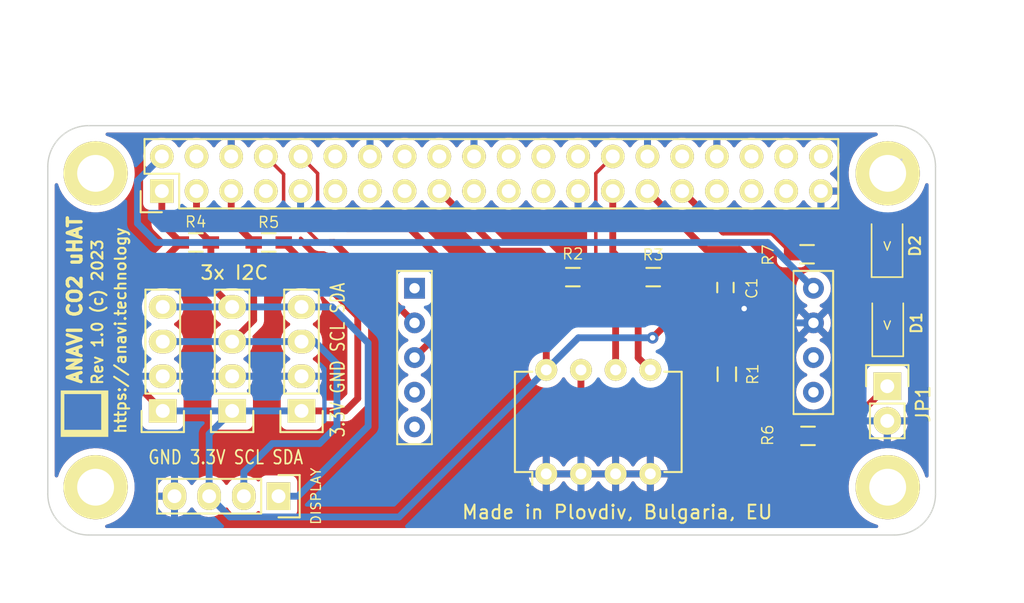
<source format=kicad_pcb>
(kicad_pcb (version 20211014) (generator pcbnew)
  (title_block (title "Anavi Infra pHAT") (date "2017-01-21") (company "Anavi Technology"))
  (layers (0 "F.Cu" signal) (31 "B.Cu" signal) (34 "B.Paste" user) (35 "F.Paste" user) (36 "B.SilkS" user "B.Silkscreen") (37 "F.SilkS" user "F.Silkscreen") (38 "B.Mask" user) (39 "F.Mask" user) (44 "Edge.Cuts" user))
  (net 0 "")
  (net 1 "+3V3")
  (net 2 "GND")
  (net 3 "+5V")
  (net 4 "Net-(JP1-Pad1)")
  (net 5 "Net-(R2-Pad2)")
  (net 6 "Net-(R3-Pad2)")
  (net 7 "Net-(R6-Pad2)")
  (net 8 "Net-(R7-Pad2)")
  (net 9 "Net-(D1-Pad2)")
  (net 10 "Net-(D2-Pad2)")
  (net 11 "Net-(R4-Pad2)")
  (net 12 "Net-(R5-Pad2)")
  (net 14 "Net-(RASP_CONN1-Pad8)")
  (net 15 "Net-(RASP_CONN1-Pad10)")
  (footprint "Capacitors_SMD:C_0603_HandSoldering" (layer "F.Cu") (at 198.12 86.868 90)
    (fp_text reference "C1" (at -0.06 1.93 90) (layer "F.SilkS") (effects (font (size 0.8 0.8) (thickness 0.1))))
    (fp_text value "0.1" hide)
    (fp_line (start 0.35 0.6) (end -0.35 0.6) (layer "F.SilkS") (width 0.15))
    (fp_line (start -0.35 -0.6) (end 0.35 -0.6) (layer "F.SilkS") (width 0.15))
    (pad "1" smd rect locked (at -0.95 0 90) (size 1.2 0.75) (layers "F.Cu" "F.Paste" "F.Mask") (net 1 "+3V3"))
    (pad "2" smd rect locked (at 0.95 0 90) (size 1.2 0.75) (layers "F.Cu" "F.Paste" "F.Mask") (net 2 "GND"))
  )
  (footprint "Pin_Headers:Pin_Header_Straight_1x02" (layer "F.Cu") (at 209.97 94.1)
    (fp_text reference "JP1" (at 2.63 1.3 90) (layer "F.SilkS"))
    (fp_text value "JUMPER" hide)
    (fp_line (start 1.27 1.27) (end -1.27 1.27) (layer "F.SilkS") (width 0.15))
    (fp_line (start -1.27 3.81) (end 1.27 3.81) (layer "F.SilkS") (width 0.15))
    (fp_line (start -1.55 0) (end -1.55 -1.55) (layer "F.SilkS") (width 0.15))
    (fp_line (start 1.55 -1.55) (end 1.55 0) (layer "F.SilkS") (width 0.15))
    (fp_line (start -1.27 1.27) (end -1.27 3.81) (layer "F.SilkS") (width 0.15))
    (fp_line (start 1.27 1.27) (end 1.27 3.81) (layer "F.SilkS") (width 0.15))
    (fp_line (start -1.55 -1.55) (end 1.55 -1.55) (layer "F.SilkS") (width 0.15))
    (pad "1" thru_hole rect locked (at 0 0) (size 2.032 2.032) (drill 1.016) (layers *.Cu *.Mask "F.SilkS") (net 4 "Net-(JP1-Pad1)"))
    (pad "2" thru_hole oval locked (at 0 2.54) (size 2.032 2.032) (drill 1.016) (layers *.Cu *.Mask "F.SilkS") (net 2 "GND"))
  )
  (footprint "Resistors_SMD:R_0603_HandSoldering" (layer "F.Cu") (at 198.2216 93.218 -90)
    (fp_text reference "R1" (at 0 -1.9 -90) (layer "F.SilkS") (effects (font (size 0.8 0.8) (thickness 0.1))))
    (fp_text value "1K" hide)
    (fp_line (start -0.5 -0.675) (end 0.5 -0.675) (layer "F.SilkS") (width 0.15))
    (fp_line (start 0.5 0.675) (end -0.5 0.675) (layer "F.SilkS") (width 0.15))
    (pad "1" smd rect locked (at -1.1 0 270) (size 1.2 0.9) (layers "F.Cu" "F.Paste" "F.Mask") (net 1 "+3V3"))
    (pad "2" smd rect locked (at 1.1 0 270) (size 1.2 0.9) (layers "F.Cu" "F.Paste" "F.Mask") (net 4 "Net-(JP1-Pad1)"))
  )
  (footprint "Resistors_SMD:R_0603_HandSoldering" (layer "F.Cu") (at 186.944 86.106)
    (fp_text reference "R2" (at 0 -1.7) (layer "F.SilkS") (effects (font (size 0.8 0.8) (thickness 0.1))))
    (fp_text value "4.7K" hide)
    (fp_line (start 0.5 0.675) (end -0.5 0.675) (layer "F.SilkS") (width 0.15))
    (fp_line (start -0.5 -0.675) (end 0.5 -0.675) (layer "F.SilkS") (width 0.15))
    (pad "1" smd rect locked (at -1.1 0) (size 1.2 0.9) (layers "F.Cu" "F.Paste" "F.Mask") (net 1 "+3V3"))
    (pad "2" smd rect locked (at 1.1 0) (size 1.2 0.9) (layers "F.Cu" "F.Paste" "F.Mask") (net 5 "Net-(R2-Pad2)"))
  )
  (footprint "Resistors_SMD:R_0603_HandSoldering" (layer "F.Cu") (at 192.829 86.106 180)
    (fp_text reference "R3" (at 0 1.636) (layer "F.SilkS") (effects (font (size 0.8 0.8) (thickness 0.1))))
    (fp_text value "4.7K" hide)
    (fp_line (start -0.5 -0.675) (end 0.5 -0.675) (layer "F.SilkS") (width 0.15))
    (fp_line (start 0.5 0.675) (end -0.5 0.675) (layer "F.SilkS") (width 0.15))
    (pad "1" smd rect locked (at -1.1 0 180) (size 1.2 0.9) (layers "F.Cu" "F.Paste" "F.Mask") (net 1 "+3V3"))
    (pad "2" smd rect locked (at 1.1 0 180) (size 1.2 0.9) (layers "F.Cu" "F.Paste" "F.Mask") (net 6 "Net-(R3-Pad2)"))
  )
  (footprint "Pin_Headers:Pin_Header_Straight_2x20" (layer "F.Cu") (at 156.85 79.8 90)
    (fp_text reference "RASP_CONN1" hide)
    (fp_text value "Raspberry_PI" hide)
    (fp_line (start 3.81 49.53) (end 3.81 -1.27) (layer "F.SilkS") (width 0.15))
    (fp_line (start 3.81 -1.27) (end 1.27 -1.27) (layer "F.SilkS") (width 0.15))
    (fp_line (start 0 -1.55) (end -1.55 -1.55) (layer "F.SilkS") (width 0.15))
    (fp_line (start -1.27 1.27) (end -1.27 49.53) (layer "F.SilkS") (width 0.15))
    (fp_line (start -1.55 -1.55) (end -1.55 0) (layer "F.SilkS") (width 0.15))
    (fp_line (start 1.27 1.27) (end -1.27 1.27) (layer "F.SilkS") (width 0.15))
    (fp_line (start 1.27 -1.27) (end 1.27 1.27) (layer "F.SilkS") (width 0.15))
    (fp_line (start 3.81 49.53) (end -1.27 49.53) (layer "F.SilkS") (width 0.15))
    (pad "1" thru_hole rect locked (at 0 0 90) (size 1.7272 1.7272) (drill 1.016) (layers *.Cu *.Mask "F.SilkS") (net 1 "+3V3"))
    (pad "2" thru_hole oval locked (at 2.54 0 90) (size 1.7272 1.7272) (drill 1.016) (layers *.Cu *.Mask "F.SilkS") (net 3 "+5V"))
    (pad "3" thru_hole oval locked (at 0 2.54 90) (size 1.7272 1.7272) (drill 1.016) (layers *.Cu *.Mask "F.SilkS") (net 11 "Net-(R4-Pad2)"))
    (pad "4" thru_hole oval locked (at 2.54 2.54 90) (size 1.7272 1.7272) (drill 1.016) (layers *.Cu *.Mask "F.SilkS") (net 3 "+5V"))
    (pad "5" thru_hole oval locked (at 0 5.08 90) (size 1.7272 1.7272) (drill 1.016) (layers *.Cu *.Mask "F.SilkS") (net 12 "Net-(R5-Pad2)"))
    (pad "6" thru_hole oval locked (at 2.54 5.08 90) (size 1.7272 1.7272) (drill 1.016) (layers *.Cu *.Mask "F.SilkS") (net 2 "GND"))
    (pad "7" thru_hole oval locked (at 0 7.62 90) (size 1.7272 1.7272) (drill 1.016) (layers *.Cu *.Mask "F.SilkS"))
    (pad "8" thru_hole oval locked (at 2.54 7.62 90) (size 1.7272 1.7272) (drill 1.016) (layers *.Cu *.Mask "F.SilkS") (net 14 "Net-(RASP_CONN1-Pad8)"))
    (pad "9" thru_hole oval locked (at 0 10.16 90) (size 1.7272 1.7272) (drill 1.016) (layers *.Cu *.Mask "F.SilkS") (net 2 "GND"))
    (pad "10" thru_hole oval locked (at 2.54 10.16 90) (size 1.7272 1.7272) (drill 1.016) (layers *.Cu *.Mask "F.SilkS") (net 15 "Net-(RASP_CONN1-Pad10)"))
    (pad "11" thru_hole oval locked (at 0 12.7 90) (size 1.7272 1.7272) (drill 1.016) (layers *.Cu *.Mask "F.SilkS"))
    (pad "12" thru_hole oval locked (at 2.54 12.7 90) (size 1.7272 1.7272) (drill 1.016) (layers *.Cu *.Mask "F.SilkS"))
    (pad "13" thru_hole oval locked (at 0 15.24 90) (size 1.7272 1.7272) (drill 1.016) (layers *.Cu *.Mask "F.SilkS"))
    (pad "14" thru_hole oval locked (at 2.54 15.24 90) (size 1.7272 1.7272) (drill 1.016) (layers *.Cu *.Mask "F.SilkS") (net 2 "GND"))
    (pad "15" thru_hole oval locked (at 0 17.78 90) (size 1.7272 1.7272) (drill 1.016) (layers *.Cu *.Mask "F.SilkS"))
    (pad "16" thru_hole oval locked (at 2.54 17.78 90) (size 1.7272 1.7272) (drill 1.016) (layers *.Cu *.Mask "F.SilkS"))
    (pad "17" thru_hole oval locked (at 0 20.32 90) (size 1.7272 1.7272) (drill 1.016) (layers *.Cu *.Mask "F.SilkS") (net 1 "+3V3"))
    (pad "18" thru_hole oval locked (at 2.54 20.32 90) (size 1.7272 1.7272) (drill 1.016) (layers *.Cu *.Mask "F.SilkS"))
    (pad "19" thru_hole oval locked (at 0 22.86 90) (size 1.7272 1.7272) (drill 1.016) (layers *.Cu *.Mask "F.SilkS"))
    (pad "20" thru_hole oval locked (at 2.54 22.86 90) (size 1.7272 1.7272) (drill 1.016) (layers *.Cu *.Mask "F.SilkS") (net 2 "GND"))
    (pad "21" thru_hole oval locked (at 0 25.4 90) (size 1.7272 1.7272) (drill 1.016) (layers *.Cu *.Mask "F.SilkS"))
    (pad "22" thru_hole oval locked (at 2.54 25.4 90) (size 1.7272 1.7272) (drill 1.016) (layers *.Cu *.Mask "F.SilkS"))
    (pad "23" thru_hole oval locked (at 0 27.94 90) (size 1.7272 1.7272) (drill 1.016) (layers *.Cu *.Mask "F.SilkS"))
    (pad "24" thru_hole oval locked (at 2.54 27.94 90) (size 1.7272 1.7272) (drill 1.016) (layers *.Cu *.Mask "F.SilkS"))
    (pad "25" thru_hole oval locked (at 0 30.48 90) (size 1.7272 1.7272) (drill 1.016) (layers *.Cu *.Mask "F.SilkS") (net 2 "GND"))
    (pad "26" thru_hole oval locked (at 2.54 30.48 90) (size 1.7272 1.7272) (drill 1.016) (layers *.Cu *.Mask "F.SilkS"))
    (pad "27" thru_hole oval locked (at 0 33.02 90) (size 1.7272 1.7272) (drill 1.016) (layers *.Cu *.Mask "F.SilkS") (net 6 "Net-(R3-Pad2)"))
    (pad "28" thru_hole oval locked (at 2.54 33.02 90) (size 1.7272 1.7272) (drill 1.016) (layers *.Cu *.Mask "F.SilkS") (net 5 "Net-(R2-Pad2)"))
    (pad "29" thru_hole oval locked (at 0 35.56 90) (size 1.7272 1.7272) (drill 1.016) (layers *.Cu *.Mask "F.SilkS") (net 7 "Net-(R6-Pad2)"))
    (pad "30" thru_hole oval locked (at 2.54 35.56 90) (size 1.7272 1.7272) (drill 1.016) (layers *.Cu *.Mask "F.SilkS") (net 2 "GND"))
    (pad "31" thru_hole oval locked (at 0 38.1 90) (size 1.7272 1.7272) (drill 1.016) (layers *.Cu *.Mask "F.SilkS") (net 8 "Net-(R7-Pad2)"))
    (pad "32" thru_hole oval locked (at 2.54 38.1 90) (size 1.7272 1.7272) (drill 1.016) (layers *.Cu *.Mask "F.SilkS"))
    (pad "33" thru_hole oval locked (at 0 40.64 90) (size 1.7272 1.7272) (drill 1.016) (layers *.Cu *.Mask "F.SilkS"))
    (pad "34" thru_hole oval locked (at 2.54 40.64 90) (size 1.7272 1.7272) (drill 1.016) (layers *.Cu *.Mask "F.SilkS") (net 2 "GND"))
    (pad "35" thru_hole oval locked (at 0 43.18 90) (size 1.7272 1.7272) (drill 1.016) (layers *.Cu *.Mask "F.SilkS"))
    (pad "36" thru_hole oval locked (at 2.54 43.18 90) (size 1.7272 1.7272) (drill 1.016) (layers *.Cu *.Mask "F.SilkS"))
    (pad "37" thru_hole oval locked (at 0 45.72 90) (size 1.7272 1.7272) (drill 1.016) (layers *.Cu *.Mask "F.SilkS"))
    (pad "38" thru_hole oval locked (at 2.54 45.72 90) (size 1.7272 1.7272) (drill 1.016) (layers *.Cu *.Mask "F.SilkS"))
    (pad "39" thru_hole oval locked (at 0 48.26 90) (size 1.7272 1.7272) (drill 1.016) (layers *.Cu *.Mask "F.SilkS") (net 2 "GND"))
    (pad "40" thru_hole oval locked (at 2.54 48.26 90) (size 1.7272 1.7272) (drill 1.016) (layers *.Cu *.Mask "F.SilkS"))
  )
  (footprint "Housings_DIP:DIP-8_W7.62mm" (layer "F.Cu") (at 184.9986 100.5232 90)
    (fp_text reference "U1" hide)
    (fp_text value "CAT24C32WI-GT3" hide)
    (fp_line (start 0.135 -2.295) (end 0.135 -1.025) (layer "F.SilkS") (width 0.15))
    (fp_line (start 7.485 9.915) (end 7.485 8.645) (layer "F.SilkS") (width 0.15))
    (fp_line (start 7.485 -2.295) (end 7.485 -1.025) (layer "F.SilkS") (width 0.15))
    (fp_line (start 0.135 9.915) (end 7.485 9.915) (layer "F.SilkS") (width 0.15))
    (fp_line (start 0.135 9.915) (end 0.135 8.645) (layer "F.SilkS") (width 0.15))
    (fp_line (start 0.135 -1.025) (end -0.8 -1.025) (layer "F.SilkS") (width 0.15))
    (fp_line (start 0.135 -2.295) (end 7.485 -2.295) (layer "F.SilkS") (width 0.15))
    (pad "1" thru_hole oval locked (at 0 0 90) (size 1.6 1.6) (drill 0.8) (layers *.Cu *.Mask "F.SilkS") (net 2 "GND"))
    (pad "2" thru_hole oval locked (at 0 2.54 90) (size 1.6 1.6) (drill 0.8) (layers *.Cu *.Mask "F.SilkS") (net 2 "GND"))
    (pad "3" thru_hole oval locked (at 0 5.08 90) (size 1.6 1.6) (drill 0.8) (layers *.Cu *.Mask "F.SilkS") (net 2 "GND"))
    (pad "4" thru_hole oval locked (at 0 7.62 90) (size 1.6 1.6) (drill 0.8) (layers *.Cu *.Mask "F.SilkS") (net 2 "GND"))
    (pad "5" thru_hole oval locked (at 7.62 7.62 90) (size 1.6 1.6) (drill 0.8) (layers *.Cu *.Mask "F.SilkS") (net 6 "Net-(R3-Pad2)"))
    (pad "6" thru_hole oval locked (at 7.62 5.08 90) (size 1.6 1.6) (drill 0.8) (layers *.Cu *.Mask "F.SilkS") (net 5 "Net-(R2-Pad2)"))
    (pad "7" thru_hole oval locked (at 7.62 2.54 90) (size 1.6 1.6) (drill 0.8) (layers *.Cu *.Mask "F.SilkS") (net 4 "Net-(JP1-Pad1)"))
    (pad "8" thru_hole oval locked (at 7.62 0 90) (size 1.6 1.6) (drill 0.8) (layers *.Cu *.Mask "F.SilkS") (net 1 "+3V3"))
  )
  (footprint "Mounting_Holes:MountingHole_2.7mm_M2.5_DIN965_Pad" (layer "F.Cu") (at 152 78.5)
    (fp_text reference "REF1" hide)
    (fp_text value "MountingHole_2.7mm_M2.5_DIN965_Pad" hide)
    (pad "1" thru_hole circle locked (at 0 0) (size 4.7 4.7) (drill 2.7) (layers *.Cu *.Mask "F.SilkS"))
  )
  (footprint "Mounting_Holes:MountingHole_2.7mm_M2.5_DIN965_Pad" (layer "F.Cu") (at 210 78.5)
    (fp_text reference "REF2" hide)
    (fp_text value "MountingHole_2.7mm_M2.5_DIN965_Pad" hide)
    (pad "2" thru_hole circle locked (at 0 0) (size 4.7 4.7) (drill 2.7) (layers *.Cu *.Mask "F.SilkS"))
  )
  (footprint "Mounting_Holes:MountingHole_2.7mm_M2.5_DIN965_Pad" (layer "F.Cu") (at 210 101.5)
    (fp_text reference "REF3" hide)
    (fp_text value "MountingHole_2.7mm_M2.5_DIN965_Pad" hide)
    (pad "3" thru_hole circle locked (at 0 0) (size 4.7 4.7) (drill 2.7) (layers *.Cu *.Mask "F.SilkS"))
  )
  (footprint "Mounting_Holes:MountingHole_2.7mm_M2.5_DIN965_Pad" (layer "F.Cu") (at 152 101.5)
    (fp_text reference "REF4" hide)
    (fp_text value "MountingHole_2.7mm_M2.5_DIN965_Pad" hide)
    (pad "4" thru_hole circle locked (at 0 0) (size 4.7 4.7) (drill 2.7) (layers *.Cu *.Mask "F.SilkS"))
  )
  (footprint "Resistors_SMD:R_0603_HandSoldering" (layer "F.Cu") (at 164.676 83.566 180)
    (fp_text reference "R5" (at 0.006 1.476) (layer "F.SilkS") (effects (font (size 0.8 0.8) (thickness 0.1))))
    (fp_text value "4.7K")
    (fp_line (start 0.5 0.675) (end -0.5 0.675) (layer "F.SilkS") (width 0.15))
    (fp_line (start -0.5 -0.675) (end 0.5 -0.675) (layer "F.SilkS") (width 0.15))
    (pad "1" smd rect locked (at -1.1 0 180) (size 1.2 0.9) (layers "F.Cu" "F.Paste" "F.Mask") (net 1 "+3V3"))
    (pad "2" smd rect locked (at 1.1 0 180) (size 1.2 0.9) (layers "F.Cu" "F.Paste" "F.Mask") (net 12 "Net-(R5-Pad2)"))
  )
  (footprint "Pin_Headers:Pin_Header_Straight_1x04" (layer "F.Cu") (at 165.395 102.16 -90)
    (fp_text reference "DISPLAY" (at 0 -2.745 90) (layer "F.SilkS") (effects (font (size 0.7 0.7) (thickness 0.1))))
    (fp_text value "DISPLAY1" hide)
    (fp_line (start -1.27 1.27) (end -1.27 8.89) (layer "F.SilkS") (width 0.15))
    (fp_line (start 1.55 -1.55) (end 1.55 0) (layer "F.SilkS") (width 0.15))
    (fp_line (start -1.55 0) (end -1.55 -1.55) (layer "F.SilkS") (width 0.15))
    (fp_line (start -1.55 -1.55) (end 1.55 -1.55) (layer "F.SilkS") (width 0.15))
    (fp_line (start 1.27 1.27) (end -1.27 1.27) (layer "F.SilkS") (width 0.15))
    (fp_line (start 1.27 1.27) (end 1.27 8.89) (layer "F.SilkS") (width 0.15))
    (fp_line (start -1.27 8.89) (end 1.27 8.89) (layer "F.SilkS") (width 0.15))
    (pad "1" thru_hole rect locked (at 0 0 270) (size 2.032 1.7272) (drill 1.016) (layers *.Cu *.Mask "F.SilkS") (net 11 "Net-(R4-Pad2)"))
    (pad "2" thru_hole oval locked (at 0 2.54 270) (size 2.032 1.7272) (drill 1.016) (layers *.Cu *.Mask "F.SilkS") (net 12 "Net-(R5-Pad2)"))
    (pad "3" thru_hole oval locked (at 0 5.08 270) (size 2.032 1.7272) (drill 1.016) (layers *.Cu *.Mask "F.SilkS") (net 1 "+3V3"))
    (pad "4" thru_hole oval locked (at 0 7.62 270) (size 2.032 1.7272) (drill 1.016) (layers *.Cu *.Mask "F.SilkS") (net 2 "GND"))
  )
  (footprint "Pin_Headers:Pin_Header_Straight_1x04" (layer "F.Cu") (at 161.998 95.91 180)
    (fp_text reference "SENS2" hide)
    (fp_text value "I2C_SENS_1" hide)
    (fp_line (start 1.27 1.27) (end -1.27 1.27) (layer "F.SilkS") (width 0.15))
    (fp_line (start 1.27 1.27) (end 1.27 8.89) (layer "F.SilkS") (width 0.15))
    (fp_line (start -1.55 -1.55) (end 1.55 -1.55) (layer "F.SilkS") (width 0.15))
    (fp_line (start -1.55 0) (end -1.55 -1.55) (layer "F.SilkS") (width 0.15))
    (fp_line (start -1.27 8.89) (end 1.27 8.89) (layer "F.SilkS") (width 0.15))
    (fp_line (start 1.55 -1.55) (end 1.55 0) (layer "F.SilkS") (width 0.15))
    (fp_line (start -1.27 1.27) (end -1.27 8.89) (layer "F.SilkS") (width 0.15))
    (pad "1" thru_hole rect locked (at 0 0 180) (size 2.032 1.7272) (drill 1.016) (layers *.Cu *.Mask "F.SilkS") (net 1 "+3V3"))
    (pad "2" thru_hole oval locked (at 0 2.54 180) (size 2.032 1.7272) (drill 1.016) (layers *.Cu *.Mask "F.SilkS") (net 2 "GND"))
    (pad "3" thru_hole oval locked (at 0 5.08 180) (size 2.032 1.7272) (drill 1.016) (layers *.Cu *.Mask "F.SilkS") (net 12 "Net-(R5-Pad2)"))
    (pad "4" thru_hole oval locked (at 0 7.62 180) (size 2.032 1.7272) (drill 1.016) (layers *.Cu *.Mask "F.SilkS") (net 11 "Net-(R4-Pad2)"))
  )
  (footprint "Pin_Headers:Pin_Header_Straight_1x04" (layer "F.Cu") (at 167.078 95.91 180)
    (fp_text reference "SENS3" hide)
    (fp_text value "I2C_SENS_1" hide)
    (fp_line (start 1.27 1.27) (end 1.27 8.89) (layer "F.SilkS") (width 0.15))
    (fp_line (start -1.27 1.27) (end -1.27 8.89) (layer "F.SilkS") (width 0.15))
    (fp_line (start -1.55 0) (end -1.55 -1.55) (layer "F.SilkS") (width 0.15))
    (fp_line (start -1.27 8.89) (end 1.27 8.89) (layer "F.SilkS") (width 0.15))
    (fp_line (start 1.27 1.27) (end -1.27 1.27) (layer "F.SilkS") (width 0.15))
    (fp_line (start -1.55 -1.55) (end 1.55 -1.55) (layer "F.SilkS") (width 0.15))
    (fp_line (start 1.55 -1.55) (end 1.55 0) (layer "F.SilkS") (width 0.15))
    (pad "1" thru_hole rect locked (at 0 0 180) (size 2.032 1.7272) (drill 1.016) (layers *.Cu *.Mask "F.SilkS") (net 1 "+3V3"))
    (pad "2" thru_hole oval locked (at 0 2.54 180) (size 2.032 1.7272) (drill 1.016) (layers *.Cu *.Mask "F.SilkS") (net 2 "GND"))
    (pad "3" thru_hole oval locked (at 0 5.08 180) (size 2.032 1.7272) (drill 1.016) (layers *.Cu *.Mask "F.SilkS") (net 12 "Net-(R5-Pad2)"))
    (pad "4" thru_hole oval locked (at 0 7.62 180) (size 2.032 1.7272) (drill 1.016) (layers *.Cu *.Mask "F.SilkS") (net 11 "Net-(R4-Pad2)"))
  )
  (footprint "Pin_Headers:Pin_Header_Straight_1x04" (layer "F.Cu") (at 156.918 95.91 180)
    (fp_text reference "SENS1" hide)
    (fp_text value "I2C_SENS_1" hide)
    (fp_line (start -1.55 0) (end -1.55 -1.55) (layer "F.SilkS") (width 0.15))
    (fp_line (start 1.27 1.27) (end -1.27 1.27) (layer "F.SilkS") (width 0.15))
    (fp_line (start 1.27 1.27) (end 1.27 8.89) (layer "F.SilkS") (width 0.15))
    (fp_line (start 1.55 -1.55) (end 1.55 0) (layer "F.SilkS") (width 0.15))
    (fp_line (start -1.27 8.89) (end 1.27 8.89) (layer "F.SilkS") (width 0.15))
    (fp_line (start -1.55 -1.55) (end 1.55 -1.55) (layer "F.SilkS") (width 0.15))
    (fp_line (start -1.27 1.27) (end -1.27 8.89) (layer "F.SilkS") (width 0.15))
    (pad "1" thru_hole rect locked (at 0 0 180) (size 2.032 1.7272) (drill 1.016) (layers *.Cu *.Mask "F.SilkS") (net 1 "+3V3"))
    (pad "2" thru_hole oval locked (at 0 2.54 180) (size 2.032 1.7272) (drill 1.016) (layers *.Cu *.Mask "F.SilkS") (net 2 "GND"))
    (pad "3" thru_hole oval locked (at 0 5.08 180) (size 2.032 1.7272) (drill 1.016) (layers *.Cu *.Mask "F.SilkS") (net 12 "Net-(R5-Pad2)"))
    (pad "4" thru_hole oval locked (at 0 7.62 180) (size 2.032 1.7272) (drill 1.016) (layers *.Cu *.Mask "F.SilkS") (net 11 "Net-(R4-Pad2)"))
  )
  (footprint "Resistors_SMD:R_0603_HandSoldering" (layer "F.Cu") (at 159.342 83.566)
    (fp_text reference "R4" (at -0.012 -1.506) (layer "F.SilkS") (effects (font (size 0.8 0.8) (thickness 0.1))))
    (fp_text value "4.7K")
    (fp_line (start 0.5 0.675) (end -0.5 0.675) (layer "F.SilkS") (width 0.15))
    (fp_line (start -0.5 -0.675) (end 0.5 -0.675) (layer "F.SilkS") (width 0.15))
    (pad "1" smd rect locked (at -1.1 0) (size 1.2 0.9) (layers "F.Cu" "F.Paste" "F.Mask") (net 1 "+3V3"))
    (pad "2" smd rect locked (at 1.1 0) (size 1.2 0.9) (layers "F.Cu" "F.Paste" "F.Mask") (net 11 "Net-(R4-Pad2)"))
  )
  (footprint "LED_SMD:LED_1206_3216Metric" (layer "F.Cu") (at 210.0056 89.62 90)
    (fp_text reference "D1" (at 0.15 2.1 90) (layer "F.SilkS") (effects (font (size 0.8 0.8))))
    (fp_text value "KP-3216EC")
    (fp_line (start -2.285 -1.135) (end -2.285 1.135) (layer "F.SilkS") (width 0.12))
    (fp_line (start -2.285 1.135) (end 1.6 1.135) (layer "F.SilkS") (width 0.12))
    (fp_line (start 1.6 -1.135) (end -2.285 -1.135) (layer "F.SilkS") (width 0.12))
    (pad "1" smd roundrect locked (at -1.4 0 90) (size 1.25 1.75) (layers "F.Cu" "F.Paste" "F.Mask") (roundrect_rratio 0.2) (net 2 "GND"))
    (pad "2" smd roundrect locked (at 1.4 0 90) (size 1.25 1.75) (layers "F.Cu" "F.Paste" "F.Mask") (roundrect_rratio 0.2) (net 9 "Net-(D1-Pad2)"))
  )
  (footprint "LED_SMD:LED_1206_3216Metric" (layer "F.Cu") (at 209.9556 83.82 90)
    (fp_text reference "D2" (at 0 2.05 90) (layer "F.SilkS") (effects (font (size 0.8 0.8))))
    (fp_text value "KP-3216SGC")
    (fp_line (start 1.6 -1.135) (end -2.285 -1.135) (layer "F.SilkS") (width 0.12))
    (fp_line (start -2.285 -1.135) (end -2.285 1.135) (layer "F.SilkS") (width 0.12))
    (fp_line (start -2.285 1.135) (end 1.6 1.135) (layer "F.SilkS") (width 0.12))
    (pad "1" smd roundrect locked (at -1.4 0 90) (size 1.25 1.75) (layers "F.Cu" "F.Paste" "F.Mask") (roundrect_rratio 0.2) (net 2 "GND"))
    (pad "2" smd roundrect locked (at 1.4 0 90) (size 1.25 1.75) (layers "F.Cu" "F.Paste" "F.Mask") (roundrect_rratio 0.2) (net 10 "Net-(D2-Pad2)"))
  )
  (footprint "Resistors_SMD:R_0603_HandSoldering" (layer "F.Cu") (at 204.1652 97.7392 180)
    (fp_text reference "R6" (at 2.95 0.05 90) (layer "F.SilkS") (effects (font (size 0.8 0.8) (thickness 0.1))))
    (fp_text value "270R")
    (fp_line (start -0.5 -0.675) (end 0.5 -0.675) (layer "F.SilkS") (width 0.15))
    (fp_line (start 0.5 0.675) (end -0.5 0.675) (layer "F.SilkS") (width 0.15))
    (pad "1" smd rect locked (at -1.1 0 180) (size 1.2 0.9) (layers "F.Cu" "F.Paste" "F.Mask") (net 9 "Net-(D1-Pad2)"))
    (pad "2" smd rect locked (at 1.1 0 180) (size 1.2 0.9) (layers "F.Cu" "F.Paste" "F.Mask") (net 7 "Net-(R6-Pad2)"))
  )
  (footprint "Resistors_SMD:R_0603_HandSoldering" (layer "F.Cu") (at 204.0968 84.4296 180)
    (fp_text reference "R7" (at 2.85 -0.05 90) (layer "F.SilkS") (effects (font (size 0.8 0.8) (thickness 0.1))))
    (fp_text value "270R")
    (fp_line (start 0.5 0.675) (end -0.5 0.675) (layer "F.SilkS") (width 0.15))
    (fp_line (start -0.5 -0.675) (end 0.5 -0.675) (layer "F.SilkS") (width 0.15))
    (pad "1" smd rect locked (at -1.1 0 180) (size 1.2 0.9) (layers "F.Cu" "F.Paste" "F.Mask") (net 10 "Net-(D2-Pad2)"))
    (pad "2" smd rect locked (at 1.1 0 180) (size 1.2 0.9) (layers "F.Cu" "F.Paste" "F.Mask") (net 8 "Net-(R7-Pad2)"))
  )
  (footprint "logo:anavi-logo" (layer "F.Cu") (at 151.2316 96.1136 90)
    (fp_text reference "" hide)
    (fp_text value "LOGO" hide)
    (fp_poly (pts (xy 1.693334 1.693334) (xy -1.693333 1.693334) (xy -1.693333 -1.524) (xy -1.185333 -1.524) (xy -1.185333 1.185334) (xy 1.439334 1.185334) (xy 1.439334 -1.524) (xy -1.185333 -1.524) (xy -1.693333 -1.524) (xy -1.693333 -1.778) (xy 1.693334 -1.778) (xy 1.693334 1.693334)) (layer "F.SilkS") (width 0.01) (fill solid))
  )
  (footprint "mh-z19:Winsen_MH-Z19B" (layer "F.Cu") (at 175.3553 100.8898 180)
    (fp_text reference "U2" hide)
    (fp_text value "MH-Z19B" hide)
    (fp_line (start -1.27 2.54) (end 1.27 2.54) (layer "F.SilkS") (width 0.15))
    (fp_line (start -27.75 4.75) (end -30.65 4.75) (layer "F.SilkS") (width 0.15))
    (fp_line (start 1.27 15.24) (end -1.27 15.24) (layer "F.SilkS") (width 0.15))
    (fp_line (start 1.27 2.54) (end 1.275 15.24) (layer "F.SilkS") (width 0.15))
    (fp_line (start -1.27 2.54) (end -1.27 15.24) (layer "F.SilkS") (width 0.12))
    (fp_line (start -27.75 4.75) (end -27.75 15.24) (layer "F.SilkS") (width 0.12))
    (fp_line (start -30.65 4.75) (end -30.65 15.24) (layer "F.SilkS") (width 0.15))
    (fp_line (start -30.65 15.24) (end -27.75 15.24) (layer "F.SilkS") (width 0.15))
    (pad "1" thru_hole rect (at 0 13.97 180) (size 1.524 1.524) (drill 0.762) (layers *.Cu *.Mask))
    (pad "2" thru_hole circle (at 0 11.43 180) (size 1.524 1.524) (drill 0.762) (layers *.Cu *.Mask) (net 14 "Net-(RASP_CONN1-Pad8)"))
    (pad "3" thru_hole circle (at 0 8.89 180) (size 1.524 1.524) (drill 0.762) (layers *.Cu *.Mask) (net 15 "Net-(RASP_CONN1-Pad10)"))
    (pad "4" thru_hole circle (at 0 6.35 180) (size 1.524 1.524) (drill 0.762) (layers *.Cu *.Mask))
    (pad "5" thru_hole circle (at 0 3.81 180) (size 1.524 1.524) (drill 0.762) (layers *.Cu *.Mask))
    (pad "6" thru_hole circle (at -29.21 13.97 180) (size 1.524 1.524) (drill 0.762) (layers *.Cu *.Mask) (net 3 "+5V"))
    (pad "7" thru_hole circle (at -29.21 11.43 180) (size 1.524 1.524) (drill 0.762) (layers *.Cu *.Mask) (net 2 "GND"))
    (pad "8" thru_hole circle (at -29.21 8.89 180) (size 1.524 1.524) (drill 0.762) (layers *.Cu *.Mask))
    (pad "9" thru_hole circle (at -29.21 6.35 180) (size 1.524 1.524) (drill 0.762) (layers *.Cu *.Mask))
  )
  (gr_line (start 210.5011 105.0036) (end 151.5011 105.0036) (layer "Edge.Cuts") (width 0.1))
  (gr_arc (start 151.5011 105.0036) (mid 149.37978 104.12492) (end 148.5011 102.0036) (layer "Edge.Cuts") (width 0.1))
  (gr_line (start 213.5011 78.0036) (end 213.5011 102.0036) (layer "Edge.Cuts") (width 0.1))
  (gr_circle (center 211.0011 77.5036) (end 211.0011 77.5036) (layer "Edge.Cuts") (width 0.1) (fill none))
  (gr_line (start 151.5011 75.0036) (end 210.5011 75.0036) (layer "Edge.Cuts") (width 0.1))
  (gr_arc (start 148.5011 78.0036) (mid 149.37978 75.88228) (end 151.5011 75.0036) (layer "Edge.Cuts") (width 0.1))
  (gr_line (start 148.5011 102.0036) (end 148.5011 78.0036) (layer "Edge.Cuts") (width 0.1))
  (gr_circle (center 152.0011 77.5036) (end 152.0011 77.5036) (layer "Edge.Cuts") (width 0.1) (fill none))
  (gr_circle (center 152.0011 101.5036) (end 152.0011 101.5036) (layer "Edge.Cuts") (width 0.1) (fill none))
  (gr_arc (start 213.5011 102.0036) (mid 212.62242 104.12492) (end 210.5011 105.0036) (layer "Edge.Cuts") (width 0.1))
  (gr_circle (center 211.0011 101.5036) (end 211.0011 101.5036) (layer "Edge.Cuts") (width 0.1) (fill none))
  (gr_arc (start 210.5011 75.0036) (mid 212.62242 75.88228) (end 213.5011 78.0036) (layer "Edge.Cuts") (width 0.1))
  (gr_text "ANAVI CO2 uHAT" (at 150.4816 87.7636 90) (layer "F.SilkS") (effects (font (size 1 1) (thickness 0.25))))
  (gr_text "3x I2C" (at 162.158 85.78) (layer "F.SilkS") (effects (font (size 1 1))))
  (gr_text "3.3V GND SCL SDA" (at 169.73 92.18 90) (layer "F.SilkS") (effects (font (size 1 0.8) (thickness 0.125))))
  (gr_text "Rev 1.0 (c) 2023" (at 152.1316 88.6636 90) (layer "F.SilkS") (effects (font (size 0.8 0.8))))
  (gr_text "GND 3.3V SCL SDA" (at 161.53 99.31) (layer "F.SilkS") (effects (font (size 1 0.8) (thickness 0.125))))
  (gr_text "<" (at 209.9056 83.82 90) (layer "F.SilkS") (effects (font (size 0.8 0.8) (thickness 0.1))))
  (gr_text "<" (at 209.9056 89.62 90) (layer "F.SilkS") (effects (font (size 0.8 0.8) (thickness 0.1))))
  (gr_text "Made in Plovdiv, Bulgaria, EU" (at 190.1952 103.3272) (layer "F.SilkS") (effects (font (size 1 1))))
  (gr_text "https://anavi.technology" (at 153.8316 90.0136 90) (layer "F.SilkS") (effects (font (size 0.8 0.8))))
  (segment (start 177.17 79.8) (end 181.571 84.201) (width 0.5) (layer "F.Cu") (net 1))
  (segment (start 184.9986 86.9514) (end 185.844 86.106) (width 0.5) (layer "F.Cu") (net 1))
  (segment (start 198.2216 87.9196) (end 198.12 87.818) (width 0.5) (layer "F.Cu") (net 1))
  (segment (start 184.531 84.201) (end 185.844 85.514) (width 0.5) (layer "F.Cu") (net 1))
  (segment (start 154.686 93.678) (end 156.918 95.91) (width 0.5) (layer "F.Cu") (net 1))
  (segment (start 181.571 84.201) (end 184.531 84.201) (width 0.5) (layer "F.Cu") (net 1))
  (segment (start 156.85 82.174) (end 158.242 83.566) (width 0.5) (layer "F.Cu") (net 1))
  (segment (start 193.929 86.106) (end 193.929 89.408) (width 0.5) (layer "F.Cu") (net 1))
  (segment (start 193.929 86.106) (end 196.408 86.106) (width 0.5) (layer "F.Cu") (net 1))
  (segment (start 196.408 86.106) (end 198.12 87.818) (width 0.5) (layer "F.Cu") (net 1))
  (segment (start 154.686 87.122) (end 154.686 93.678) (width 0.5) (layer "F.Cu") (net 1))
  (segment (start 185.844 85.514) (end 185.844 86.106) (width 0.5) (layer "F.Cu") (net 1))
  (segment (start 158.242 83.566) (end 154.686 87.122) (width 0.5) (layer "F.Cu") (net 1))
  (segment (start 171.196 88.986) (end 171.196 94.996) (width 0.5) (layer "F.Cu") (net 1))
  (segment (start 156.85 79.8) (end 156.85 82.174) (width 0.5) (layer "F.Cu") (net 1))
  (segment (start 170.282 95.91) (end 167.078 95.91) (width 0.5) (layer "F.Cu") (net 1))
  (segment (start 165.776 83.566) (end 171.196 88.986) (width 0.5) (layer "F.Cu") (net 1))
  (segment (start 184.9986 92.9032) (end 184.9986 86.9514) (width 0.5) (layer "F.Cu") (net 1))
  (segment (start 198.2216 92.118) (end 198.2216 87.9196) (width 0.5) (layer "F.Cu") (net 1))
  (segment (start 171.196 94.996) (end 170.282 95.91) (width 0.5) (layer "F.Cu") (net 1))
  (segment (start 193.929 89.408) (end 192.786 90.551) (width 0.5) (layer "F.Cu") (net 1))
  (via (at 192.786 90.551) (size 0.85) (drill 0.4) (layers "F.Cu" "B.Cu") (net 1))
  (segment (start 161.998 95.91) (end 167.078 95.91) (width 0.5) (layer "B.Cu") (net 1))
  (segment (start 156.918 95.91) (end 161.998 95.91) (width 0.5) (layer "B.Cu") (net 1))
  (segment (start 160.315 97.593) (end 160.315 102.16) (width 0.5) (layer "B.Cu") (net 1))
  (segment (start 161.83452 103.67952) (end 160.315 102.16) (width 0.5) (layer "B.Cu") (net 1))
  (segment (start 161.998 95.91) (end 160.315 97.593) (width 0.5) (layer "B.Cu") (net 1))
  (segment (start 187.3508 90.551) (end 184.9986 92.9032) (width 0.5) (layer "B.Cu") (net 1))
  (segment (start 174.22228 103.67952) (end 161.83452 103.67952) (width 0.5) (layer "B.Cu") (net 1))
  (segment (start 184.9986 92.9032) (end 174.22228 103.67952) (width 0.5) (layer "B.Cu") (net 1))
  (segment (start 192.786 90.551) (end 187.3508 90.551) (width 0.5) (layer "B.Cu") (net 1))
  (via (at 199.49 88.41) (size 0.85) (drill 0.4) (layers "F.Cu" "B.Cu") (net 2))
  (segment (start 200.5398 89.4598) (end 199.49 88.41) (width 0.5) (layer "B.Cu") (net 2))
  (segment (start 204.5653 89.4598) (end 200.5398 89.4598) (width 0.5) (layer "B.Cu") (net 2))
  (segment (start 156.464 83.566) (end 155.067 82.169) (width 0.5) (layer "B.Cu") (net 3))
  (segment (start 156.85 77.26) (end 155.067 79.043) (width 0.5) (layer "B.Cu") (net 3))
  (segment (start 204.5653 86.9198) (end 201.2115 83.566) (width 0.5) (layer "B.Cu") (net 3))
  (segment (start 155.067 82.169) (end 155.067 79.043) (width 0.5) (layer "B.Cu") (net 3))
  (segment (start 201.2115 83.566) (end 156.464 83.566) (width 0.5) (layer "B.Cu") (net 3))
  (segment (start 187.5386 92.9032) (end 187.5386 94.7016) (width 0.5) (layer "F.Cu") (net 4))
  (segment (start 207.645 98.298) (end 207.645 96.425) (width 0.5) (layer "F.Cu") (net 4))
  (segment (start 194.988 94.318) (end 198.2216 94.318) (width 0.5) (layer "F.Cu") (net 4))
  (segment (start 188.468 95.631) (end 193.675 95.631) (width 0.5) (layer "F.Cu") (net 4))
  (segment (start 198.2216 97.5106) (end 201.168 100.457) (width 0.5) (layer "F.Cu") (net 4))
  (segment (start 205.486 100.457) (end 207.645 98.298) (width 0.5) (layer "F.Cu") (net 4))
  (segment (start 193.675 95.631) (end 194.988 94.318) (width 0.5) (layer "F.Cu") (net 4))
  (segment (start 201.168 100.457) (end 205.486 100.457) (width 0.5) (layer "F.Cu") (net 4))
  (segment (start 207.645 96.425) (end 209.97 94.1) (width 0.5) (layer "F.Cu") (net 4))
  (segment (start 187.5386 94.7016) (end 188.468 95.631) (width 0.5) (layer "F.Cu") (net 4))
  (segment (start 198.2216 94.318) (end 198.2216 97.5106) (width 0.5) (layer "F.Cu") (net 4))
  (segment (start 188.625889 85.524111) (end 188.044 86.106) (width 0.254) (layer "F.Cu") (net 5))
  (segment (start 189.87 77.26) (end 188.625889 78.504111) (width 0.254) (layer "F.Cu") (net 5))
  (segment (start 188.625889 78.504111) (end 188.625889 85.524111) (width 0.254) (layer "F.Cu") (net 5))
  (segment (start 190.0786 92.9032) (end 190.0786 88.1406) (width 0.5) (layer "F.Cu") (net 5))
  (segment (start 190.0786 88.1406) (end 188.044 86.106) (width 0.5) (layer "F.Cu") (net 5))
  (segment (start 189.87 84.247) (end 191.729 86.106) (width 0.5) (layer "F.Cu") (net 6))
  (segment (start 191.729 92.0136) (end 192.6186 92.9032) (width 0.5) (layer "F.Cu") (net 6))
  (segment (start 191.729 86.106) (end 191.729 92.0136) (width 0.5) (layer "F.Cu") (net 6))
  (segment (start 189.87 79.8) (end 189.87 84.247) (width 0.5) (layer "F.Cu") (net 6))
  (segment (start 199.136 84.074) (end 200.66 85.598) (width 0.5) (layer "F.Cu") (net 7))
  (segment (start 192.41 79.8) (end 196.684 84.074) (width 0.5) (layer "F.Cu") (net 7))
  (segment (start 200.66 95.334) (end 203.0652 97.7392) (width 0.5) (layer "F.Cu") (net 7))
  (segment (start 200.66 85.598) (end 200.66 95.334) (width 0.5) (layer "F.Cu") (net 7))
  (segment (start 196.684 84.074) (end 199.136 84.074) (width 0.5) (layer "F.Cu") (net 7))
  (segment (start 201.549 82.804) (end 202.9968 84.2518) (width 0.5) (layer "F.Cu") (net 8))
  (segment (start 202.9968 84.2518) (end 202.9968 84.4296) (width 0.5) (layer "F.Cu") (net 8))
  (segment (start 197.954 82.804) (end 201.549 82.804) (width 0.5) (layer "F.Cu") (net 8))
  (segment (start 194.95 79.8) (end 197.954 82.804) (width 0.5) (layer "F.Cu") (net 8))
  (segment (start 207.01 95.9944) (end 207.01 90.297) (width 0.5) (layer "F.Cu") (net 9))
  (segment (start 209.087 88.22) (end 210.0056 88.22) (width 0.5) (layer "F.Cu") (net 9))
  (segment (start 205.2652 97.7392) (end 207.01 95.9944) (width 0.5) (layer "F.Cu") (net 9))
  (segment (start 207.01 90.297) (end 209.087 88.22) (width 0.5) (layer "F.Cu") (net 9))
  (segment (start 207.946 84.4296) (end 209.9556 82.42) (width 0.5) (layer "F.Cu") (net 10))
  (segment (start 205.1968 84.4296) (end 207.946 84.4296) (width 0.5) (layer "F.Cu") (net 10))
  (segment (start 159.39 82.514) (end 160.442 83.566) (width 0.5) (layer "F.Cu") (net 11))
  (segment (start 159.39 79.8) (end 159.39 82.514) (width 0.5) (layer "F.Cu") (net 11))
  (segment (start 160.442 86.734) (end 161.998 88.29) (width 0.5) (layer "F.Cu") (net 11))
  (segment (start 160.442 83.566) (end 160.442 86.734) (width 0.5) (layer "F.Cu") (net 11))
  (segment (start 165.395 102.16) (end 166.826 102.16) (width 0.5) (layer "B.Cu") (net 11))
  (segment (start 169.316 88.29) (end 167.078 88.29) (width 0.5) (layer "B.Cu") (net 11))
  (segment (start 156.918 88.29) (end 161.998 88.29) (width 0.5) (layer "B.Cu") (net 11))
  (segment (start 171.958 97.028) (end 171.958 90.932) (width 0.5) (layer "B.Cu") (net 11))
  (segment (start 166.826 102.16) (end 171.958 97.028) (width 0.5) (layer "B.Cu") (net 11))
  (segment (start 171.958 90.932) (end 169.316 88.29) (width 0.5) (layer "B.Cu") (net 11))
  (segment (start 161.998 88.29) (end 167.078 88.29) (width 0.5) (layer "B.Cu") (net 11))
  (segment (start 161.93 79.8) (end 161.93 81.92) (width 0.5) (layer "F.Cu") (net 12))
  (segment (start 163.576 83.566) (end 163.576 89.252) (width 0.5) (layer "F.Cu") (net 12))
  (segment (start 161.93 81.92) (end 163.576 83.566) (width 0.5) (layer "F.Cu") (net 12))
  (segment (start 163.576 89.252) (end 161.998 90.83) (width 0.5) (layer "F.Cu") (net 12))
  (segment (start 168.046 90.83) (end 167.078 90.83) (width 0.5) (layer "B.Cu") (net 12))
  (segment (start 164.9476 98.298) (end 162.855 100.3906) (width 0.5) (layer "B.Cu") (net 12))
  (segment (start 161.998 90.83) (end 167.078 90.83) (width 0.5) (layer "B.Cu") (net 12))
  (segment (start 156.918 90.83) (end 161.998 90.83) (width 0.5) (layer "B.Cu") (net 12))
  (segment (start 162.855 100.3906) (end 162.855 102.16) (width 0.5) (layer "B.Cu") (net 12))
  (segment (start 164.9476 98.298) (end 168.402 98.298) (width 0.5) (layer "B.Cu") (net 12))
  (segment (start 168.402 98.298) (end 169.672 97.028) (width 0.5) (layer "B.Cu") (net 12))
  (segment (start 169.672 97.028) (end 169.672 92.456) (width 0.5) (layer "B.Cu") (net 12))
  (segment (start 169.672 92.456) (end 168.046 90.83) (width 0.5) (layer "B.Cu") (net 12))
  (segment (start 169.4615 83.566) (end 169.164 83.566) (width 0.5) (layer "F.Cu") (net 14))
  (segment (start 168.402 83.566) (end 169.164 83.566) (width 0.254) (layer "F.Cu") (net 14))
  (segment (start 165.765889 80.929889) (end 168.402 83.566) (width 0.254) (layer "F.Cu") (net 14))
  (segment (start 164.47 77.26) (end 165.765889 78.555889) (width 0.254) (layer "F.Cu") (net 14))
  (segment (start 175.3553 89.4598) (end 169.4615 83.566) (width 0.5) (layer "F.Cu") (net 14))
  (segment (start 165.765889 78.555889) (end 165.765889 80.929889) (width 0.254) (layer "F.Cu") (net 14))
  (segment (start 175.3553 91.9998) (end 177.546 89.8091) (width 0.5) (layer "F.Cu") (net 15))
  (segment (start 168.254111 81.132111) (end 169.672 82.55) (width 0.254) (layer "F.Cu") (net 15))
  (segment (start 177.546 85.09) (end 175.006 82.55) (width 0.5) (layer "F.Cu") (net 15))
  (segment (start 175.006 82.55) (end 170.434 82.55) (width 0.5) (layer "F.Cu") (net 15))
  (segment (start 168.254111 78.504111) (end 168.254111 81.132111) (width 0.254) (layer "F.Cu") (net 15))
  (segment (start 167.01 77.26) (end 168.254111 78.504111) (width 0.254) (layer "F.Cu") (net 15))
  (segment (start 177.546 89.8091) (end 177.546 85.09) (width 0.5) (layer "F.Cu") (net 15))
  (segment (start 169.672 82.55) (end 170.434 82.55) (width 0.254) (layer "F.Cu") (net 15))
  (zone (net 2) (net_name "GND") (layer "F.Cu") (connect_pads (clearance 0.508)) (min_thickness 0.254) (fill yes (thermal_gap 0.508) (thermal_bridge_width 0.508))
    (polygon (pts (xy 220 110) (xy 145 110) (xy 145 70) (xy 220 70)))
  )
  (zone (net 2) (net_name "GND") (layer "B.Cu") (connect_pads (clearance 0.508)) (min_thickness 0.254) (fill yes (thermal_gap 0.508) (thermal_bridge_width 0.508))
    (polygon (pts (xy 220 110) (xy 145 110) (xy 145 70) (xy 220 70)))
  )
)
</source>
